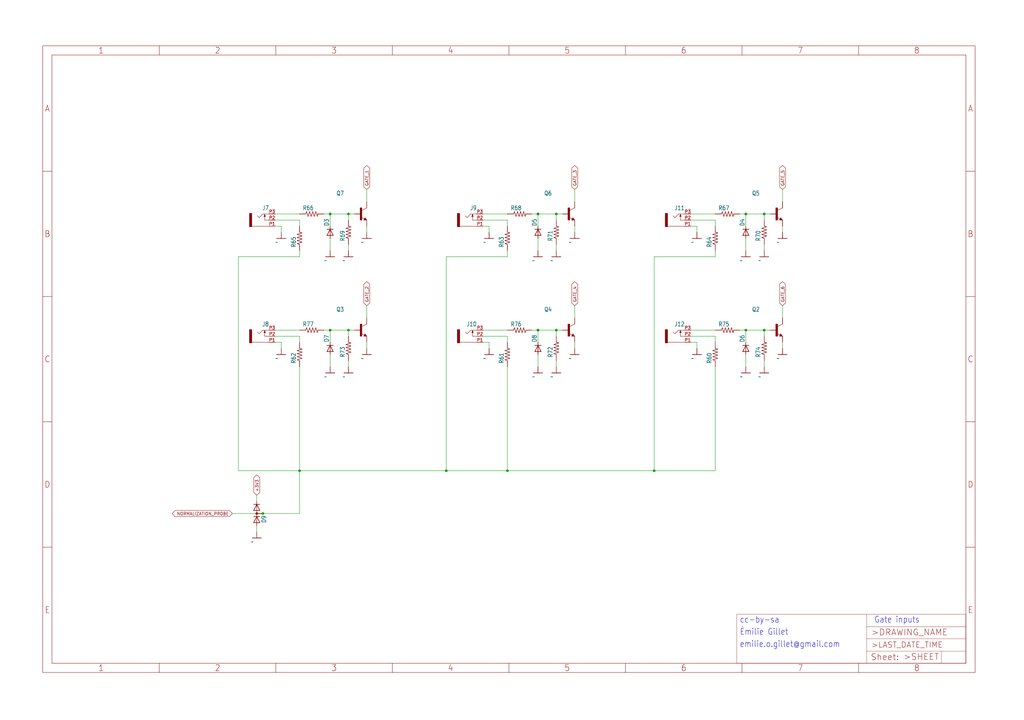
<source format=kicad_sch>
(kicad_sch (version 20211123) (generator eeschema)
  (paper "User" 425.45 299.161)
  (lib_symbols
    (symbol "stages_v70-eagle-import:-NPN-SOT23-BEC"
      (property "Reference" "T" (at -10.16 7.62 0))
      (property "Value" "-NPN-SOT23-BEC" (at -10.16 5.08 0))
      (symbol "-NPN-SOT23-BEC_1_0"
        (rectangle (start -0.254 -2.54) (end 0.508 2.54) (fill (type outline)))
        (polyline (pts (xy 1.27 -2.54) (xy 1.778 -1.524)) (stroke (width 0.1524)))
        (polyline (pts (xy 1.524 -2.413) (xy 2.286 -2.413)) (stroke (width 0.254)))
        (polyline (pts (xy 1.524 -2.286) (xy 1.905 -2.286)) (stroke (width 0.254)))
        (polyline (pts (xy 1.54 -2.04) (xy 0.308 -1.424)) (stroke (width 0.1524)))
        (polyline (pts (xy 1.778 -1.778) (xy 1.524 -2.286)) (stroke (width 0.254)))
        (polyline (pts (xy 1.778 -1.524) (xy 2.54 -2.54)) (stroke (width 0.1524)))
        (polyline (pts (xy 1.905 -2.286) (xy 1.778 -2.032)) (stroke (width 0.254)))
        (polyline (pts (xy 2.286 -2.413) (xy 1.778 -1.778)) (stroke (width 0.254)))
        (polyline (pts (xy 2.54 -2.54) (xy 1.27 -2.54)) (stroke (width 0.1524)))
        (polyline (pts (xy 2.54 2.54) (xy 0.508 1.524)) (stroke (width 0.1524)))
        (pin passive line (at -2.54 0 0) (length 2.54) (name "B") (number "B"))
        (pin passive line (at 2.54 5.08 270) (length 2.54) (name "C") (number "C"))
        (pin passive line (at 2.54 -5.08 90) (length 2.54) (name "E") (number "E"))
      )
    )
    (symbol "stages_v70-eagle-import:A3L-LOC"
      (symbol "A3L-LOC_0_0"
        (polyline (pts (xy 0 52.07) (xy 3.81 52.07)))
        (polyline (pts (xy 0 104.14) (xy 3.81 104.14)))
        (polyline (pts (xy 0 156.21) (xy 3.81 156.21)))
        (polyline (pts (xy 0 208.28) (xy 3.81 208.28)))
        (polyline (pts (xy 3.81 3.81) (xy 3.81 256.54)))
        (polyline (pts (xy 48.4188 0) (xy 48.4188 3.81)))
        (polyline (pts (xy 48.4188 256.54) (xy 48.4188 260.35)))
        (polyline (pts (xy 96.8375 0) (xy 96.8375 3.81)))
        (polyline (pts (xy 96.8375 256.54) (xy 96.8375 260.35)))
        (polyline (pts (xy 145.2563 0) (xy 145.2563 3.81)))
        (polyline (pts (xy 145.2563 256.54) (xy 145.2563 260.35)))
        (polyline (pts (xy 193.675 0) (xy 193.675 3.81)))
        (polyline (pts (xy 193.675 256.54) (xy 193.675 260.35)))
        (polyline (pts (xy 242.0938 0) (xy 242.0938 3.81)))
        (polyline (pts (xy 242.0938 256.54) (xy 242.0938 260.35)))
        (polyline (pts (xy 290.5125 0) (xy 290.5125 3.81)))
        (polyline (pts (xy 290.5125 256.54) (xy 290.5125 260.35)))
        (polyline (pts (xy 338.9313 0) (xy 338.9313 3.81)))
        (polyline (pts (xy 338.9313 256.54) (xy 338.9313 260.35)))
        (polyline (pts (xy 383.54 3.81) (xy 3.81 3.81)))
        (polyline (pts (xy 383.54 3.81) (xy 383.54 256.54)))
        (polyline (pts (xy 383.54 52.07) (xy 387.35 52.07)))
        (polyline (pts (xy 383.54 104.14) (xy 387.35 104.14)))
        (polyline (pts (xy 383.54 156.21) (xy 387.35 156.21)))
        (polyline (pts (xy 383.54 208.28) (xy 387.35 208.28)))
        (polyline (pts (xy 383.54 256.54) (xy 3.81 256.54)))
        (polyline (pts (xy 0 0) (xy 387.35 0) (xy 387.35 260.35) (xy 0 260.35) (xy 0 0)))
        (text "1" (at 24.2094 1.905 0) (effects (font (size 2.54 2.286))))
        (text "1" (at 24.2094 258.445 0) (effects (font (size 2.54 2.286))))
        (text "2" (at 72.6281 1.905 0) (effects (font (size 2.54 2.286))))
        (text "2" (at 72.6281 258.445 0) (effects (font (size 2.54 2.286))))
        (text "3" (at 121.0469 1.905 0) (effects (font (size 2.54 2.286))))
        (text "3" (at 121.0469 258.445 0) (effects (font (size 2.54 2.286))))
        (text "4" (at 169.4656 1.905 0) (effects (font (size 2.54 2.286))))
        (text "4" (at 169.4656 258.445 0) (effects (font (size 2.54 2.286))))
        (text "5" (at 217.8844 1.905 0) (effects (font (size 2.54 2.286))))
        (text "5" (at 217.8844 258.445 0) (effects (font (size 2.54 2.286))))
        (text "6" (at 266.3031 1.905 0) (effects (font (size 2.54 2.286))))
        (text "6" (at 266.3031 258.445 0) (effects (font (size 2.54 2.286))))
        (text "7" (at 314.7219 1.905 0) (effects (font (size 2.54 2.286))))
        (text "7" (at 314.7219 258.445 0) (effects (font (size 2.54 2.286))))
        (text "8" (at 363.1406 1.905 0) (effects (font (size 2.54 2.286))))
        (text "8" (at 363.1406 258.445 0) (effects (font (size 2.54 2.286))))
        (text "A" (at 1.905 234.315 0) (effects (font (size 2.54 2.286))))
        (text "A" (at 385.445 234.315 0) (effects (font (size 2.54 2.286))))
        (text "B" (at 1.905 182.245 0) (effects (font (size 2.54 2.286))))
        (text "B" (at 385.445 182.245 0) (effects (font (size 2.54 2.286))))
        (text "C" (at 1.905 130.175 0) (effects (font (size 2.54 2.286))))
        (text "C" (at 385.445 130.175 0) (effects (font (size 2.54 2.286))))
        (text "D" (at 1.905 78.105 0) (effects (font (size 2.54 2.286))))
        (text "D" (at 385.445 78.105 0) (effects (font (size 2.54 2.286))))
        (text "E" (at 1.905 26.035 0) (effects (font (size 2.54 2.286))))
        (text "E" (at 385.445 26.035 0) (effects (font (size 2.54 2.286))))
      )
      (symbol "A3L-LOC_1_0"
        (polyline (pts (xy 288.29 3.81) (xy 288.29 24.13)) (stroke (width 0.1016)))
        (polyline (pts (xy 288.29 3.81) (xy 342.265 3.81)) (stroke (width 0.1016)))
        (polyline (pts (xy 288.29 24.13) (xy 342.265 24.13)) (stroke (width 0.1016)))
        (polyline (pts (xy 342.265 3.81) (xy 373.38 3.81)) (stroke (width 0.1016)))
        (polyline (pts (xy 342.265 8.89) (xy 342.265 3.81)) (stroke (width 0.1016)))
        (polyline (pts (xy 342.265 8.89) (xy 342.265 13.97)) (stroke (width 0.1016)))
        (polyline (pts (xy 342.265 13.97) (xy 342.265 19.05)) (stroke (width 0.1016)))
        (polyline (pts (xy 342.265 13.97) (xy 383.54 13.97)) (stroke (width 0.1016)))
        (polyline (pts (xy 342.265 19.05) (xy 342.265 24.13)) (stroke (width 0.1016)))
        (polyline (pts (xy 342.265 19.05) (xy 383.54 19.05)) (stroke (width 0.1016)))
        (polyline (pts (xy 342.265 24.13) (xy 383.54 24.13)) (stroke (width 0.1016)))
        (polyline (pts (xy 373.38 3.81) (xy 373.38 8.89)) (stroke (width 0.1016)))
        (polyline (pts (xy 373.38 3.81) (xy 383.54 3.81)) (stroke (width 0.1016)))
        (polyline (pts (xy 373.38 8.89) (xy 342.265 8.89)) (stroke (width 0.1016)))
        (polyline (pts (xy 373.38 8.89) (xy 383.54 8.89)) (stroke (width 0.1016)))
        (polyline (pts (xy 383.54 3.81) (xy 383.54 8.89)) (stroke (width 0.1016)))
        (polyline (pts (xy 383.54 8.89) (xy 383.54 13.97)) (stroke (width 0.1016)))
        (polyline (pts (xy 383.54 13.97) (xy 383.54 19.05)) (stroke (width 0.1016)))
        (polyline (pts (xy 383.54 19.05) (xy 383.54 24.13)) (stroke (width 0.1016)))
        (text ">DRAWING_NAME" (at 344.17 15.24 0) (effects (font (size 2.54 2.54)) (justify left bottom)))
        (text ">LAST_DATE_TIME" (at 344.17 10.16 0) (effects (font (size 2.286 2.286)) (justify left bottom)))
        (text ">SHEET" (at 357.505 5.08 0) (effects (font (size 2.54 2.54)) (justify left bottom)))
        (text "Sheet:" (at 343.916 4.953 0) (effects (font (size 2.54 2.54)) (justify left bottom)))
      )
    )
    (symbol "stages_v70-eagle-import:DIODE-SOD523"
      (property "Reference" "D" (at 2.54 0.4826 0))
      (property "Value" "DIODE-SOD523" (at 2.54 -2.3114 0))
      (symbol "DIODE-SOD523_1_0"
        (polyline (pts (xy -1.27 -1.27) (xy 1.27 0)) (stroke (width 0.254)))
        (polyline (pts (xy -1.27 1.27) (xy -1.27 -1.27)) (stroke (width 0.254)))
        (polyline (pts (xy 1.27 0) (xy -1.27 1.27)) (stroke (width 0.254)))
        (polyline (pts (xy 1.27 0) (xy 1.27 -1.27)) (stroke (width 0.254)))
        (polyline (pts (xy 1.27 1.27) (xy 1.27 0)) (stroke (width 0.254)))
        (pin passive line (at -2.54 0 0) (length 2.54) (name "A") (number "A"))
        (pin passive line (at 2.54 0 180) (length 2.54) (name "C") (number "C"))
      )
    )
    (symbol "stages_v70-eagle-import:DIODE_2CACA-SOT23"
      (property "Reference" "D" (at 0.762 2.0066 0))
      (property "Value" "DIODE_2CACA-SOT23" (at -4.826 -3.4544 0))
      (symbol "DIODE_2CACA-SOT23_1_0"
        (polyline (pts (xy -3.81 -1.27) (xy -3.81 0)) (stroke (width 0.254)))
        (polyline (pts (xy -3.81 0) (xy -3.81 1.27)) (stroke (width 0.254)))
        (polyline (pts (xy -3.81 0) (xy -1.27 -1.27)) (stroke (width 0.254)))
        (polyline (pts (xy -3.81 0) (xy 1.27 0)) (stroke (width 0.1524)))
        (polyline (pts (xy -2.54 0) (xy -3.81 0)) (stroke (width 0.1524)))
        (polyline (pts (xy -1.27 -1.27) (xy -1.27 1.27)) (stroke (width 0.254)))
        (polyline (pts (xy -1.27 1.27) (xy -3.81 0)) (stroke (width 0.254)))
        (polyline (pts (xy 1.27 -1.27) (xy 1.27 0)) (stroke (width 0.254)))
        (polyline (pts (xy 1.27 0) (xy 1.27 1.27)) (stroke (width 0.254)))
        (polyline (pts (xy 1.27 0) (xy 3.81 -1.27)) (stroke (width 0.254)))
        (polyline (pts (xy 2.54 0) (xy 1.27 0)) (stroke (width 0.1524)))
        (polyline (pts (xy 3.81 -1.27) (xy 3.81 1.27)) (stroke (width 0.254)))
        (polyline (pts (xy 3.81 1.27) (xy 1.27 0)) (stroke (width 0.254)))
        (circle (center 0 0) (radius 0.127) (stroke (width 0.4064)))
        (pin passive line (at 5.08 0 180) (length 2.54) (name "A") (number "1"))
        (pin passive line (at -5.08 0 0) (length 2.54) (name "C") (number "2"))
        (pin passive line (at 0 2.54 270) (length 2.54) (name "AC") (number "3"))
      )
    )
    (symbol "stages_v70-eagle-import:GND" (power)
      (property "Value" "GND" (at -2.54 -2.54 0))
      (symbol "GND_1_0"
        (polyline (pts (xy -1.905 0) (xy 1.905 0)) (stroke (width 0.254)))
        (pin power_in line (at 0 2.54 270) (length 2.54) (name "GND") (number "1"))
      )
    )
    (symbol "stages_v70-eagle-import:PJ301_THONKICONN6"
      (property "Reference" "J" (at -2.54 4.064 0))
      (symbol "PJ301_THONKICONN6_1_0"
        (polyline (pts (xy -2.54 -2.54) (xy 4.572 -2.54)) (stroke (width 0.1524)))
        (polyline (pts (xy -2.54 0) (xy -0.762 0)) (stroke (width 0.1524)))
        (polyline (pts (xy -2.54 2.54) (xy 0 2.54)) (stroke (width 0.1524)))
        (polyline (pts (xy -1.016 1.524) (xy -0.508 1.524)) (stroke (width 0.254)))
        (polyline (pts (xy -0.762 0) (xy -0.762 2.286)) (stroke (width 0.1524)))
        (polyline (pts (xy -0.762 2.286) (xy -1.016 1.524)) (stroke (width 0.254)))
        (polyline (pts (xy -0.508 1.524) (xy -0.762 2.286)) (stroke (width 0.254)))
        (polyline (pts (xy 0 2.54) (xy 1.524 1.016)) (stroke (width 0.1524)))
        (polyline (pts (xy 1.524 1.016) (xy 2.286 1.778)) (stroke (width 0.1524)))
        (rectangle (start 4.572 2.794) (end 5.588 -2.794) (fill (type outline)))
        (pin passive line (at -5.08 -2.54 0) (length 2.54) (name "1") (number "P1"))
        (pin passive line (at -5.08 0 0) (length 2.54) (name "2") (number "P2"))
        (pin passive line (at -5.08 2.54 0) (length 2.54) (name "3") (number "P3"))
      )
    )
    (symbol "stages_v70-eagle-import:R-US_R0402"
      (property "Reference" "R" (at -3.81 1.4986 0))
      (property "Value" "R-US_R0402" (at -3.81 -3.302 0))
      (symbol "R-US_R0402_1_0"
        (polyline (pts (xy -2.54 0) (xy -2.159 1.016)) (stroke (width 0.2032)))
        (polyline (pts (xy -2.159 1.016) (xy -1.524 -1.016)) (stroke (width 0.2032)))
        (polyline (pts (xy -1.524 -1.016) (xy -0.889 1.016)) (stroke (width 0.2032)))
        (polyline (pts (xy -0.889 1.016) (xy -0.254 -1.016)) (stroke (width 0.2032)))
        (polyline (pts (xy -0.254 -1.016) (xy 0.381 1.016)) (stroke (width 0.2032)))
        (polyline (pts (xy 0.381 1.016) (xy 1.016 -1.016)) (stroke (width 0.2032)))
        (polyline (pts (xy 1.016 -1.016) (xy 1.651 1.016)) (stroke (width 0.2032)))
        (polyline (pts (xy 1.651 1.016) (xy 2.286 -1.016)) (stroke (width 0.2032)))
        (polyline (pts (xy 2.286 -1.016) (xy 2.54 0)) (stroke (width 0.2032)))
        (pin passive line (at -5.08 0 0) (length 2.54) (name "1") (number "1"))
        (pin passive line (at 5.08 0 180) (length 2.54) (name "2") (number "2"))
      )
    )
  )
  (junction (at 124.46 195.58))
  (junction (at 317.5 137.16))
  (junction (at 231.14 137.16))
  (junction (at 231.14 88.9))
  (junction (at 144.78 88.9))
  (junction (at 185.42 195.58))
  (junction (at 137.16 88.9))
  (junction (at 309.88 88.9))
  (junction (at 210.82 195.58))
  (junction (at 109.22 213.36))
  (junction (at 309.88 137.16))
  (junction (at 223.52 137.16))
  (junction (at 137.16 137.16))
  (junction (at 144.78 137.16))
  (junction (at 317.5 88.9))
  (junction (at 223.52 88.9))
  (junction (at 271.78 195.58))
  (wire (pts (xy 137.16 99.06) (xy 137.16 104.14)))
  (wire (pts (xy 134.62 137.16) (xy 137.16 137.16)))
  (wire (pts (xy 289.56 93.98) (xy 289.56 96.52)))
  (wire (pts (xy 309.88 99.06) (xy 309.88 104.14)))
  (wire (pts (xy 220.98 137.16) (xy 223.52 137.16)))
  (wire (pts (xy 325.12 83.82) (xy 325.12 78.74)))
  (wire (pts (xy 287.02 91.44) (xy 297.18 91.44)))
  (wire (pts (xy 238.76 132.08) (xy 238.76 127)))
  (wire (pts (xy 137.16 137.16) (xy 137.16 142.24)))
  (wire (pts (xy 238.76 83.82) (xy 238.76 78.74)))
  (wire (pts (xy 223.52 137.16) (xy 223.52 142.24)))
  (wire (pts (xy 287.02 88.9) (xy 297.18 88.9)))
  (wire (pts (xy 238.76 142.24) (xy 238.76 144.78)))
  (wire (pts (xy 223.52 88.9) (xy 223.52 93.98)))
  (wire (pts (xy 185.42 106.68) (xy 185.42 195.58)))
  (wire (pts (xy 114.3 139.7) (xy 124.46 139.7)))
  (wire (pts (xy 200.66 142.24) (xy 203.2 142.24)))
  (wire (pts (xy 200.66 88.9) (xy 210.82 88.9)))
  (wire (pts (xy 238.76 93.98) (xy 238.76 96.52)))
  (wire (pts (xy 137.16 88.9) (xy 137.16 93.98)))
  (wire (pts (xy 185.42 195.58) (xy 210.82 195.58)))
  (wire (pts (xy 317.5 137.16) (xy 320.04 137.16)))
  (wire (pts (xy 317.5 139.7) (xy 317.5 137.16)))
  (wire (pts (xy 114.3 142.24) (xy 116.84 142.24)))
  (wire (pts (xy 297.18 106.68) (xy 271.78 106.68)))
  (wire (pts (xy 203.2 142.24) (xy 203.2 144.78)))
  (wire (pts (xy 231.14 101.6) (xy 231.14 104.14)))
  (wire (pts (xy 231.14 91.44) (xy 231.14 88.9)))
  (wire (pts (xy 231.14 137.16) (xy 233.68 137.16)))
  (wire (pts (xy 297.18 139.7) (xy 297.18 142.24)))
  (wire (pts (xy 144.78 137.16) (xy 147.32 137.16)))
  (wire (pts (xy 287.02 93.98) (xy 289.56 93.98)))
  (wire (pts (xy 114.3 137.16) (xy 124.46 137.16)))
  (wire (pts (xy 271.78 195.58) (xy 297.18 195.58)))
  (wire (pts (xy 210.82 104.14) (xy 210.82 106.68)))
  (wire (pts (xy 144.78 101.6) (xy 144.78 104.14)))
  (wire (pts (xy 210.82 139.7) (xy 210.82 142.24)))
  (wire (pts (xy 144.78 88.9) (xy 147.32 88.9)))
  (wire (pts (xy 220.98 88.9) (xy 223.52 88.9)))
  (wire (pts (xy 137.16 137.16) (xy 144.78 137.16)))
  (wire (pts (xy 309.88 88.9) (xy 309.88 93.98)))
  (wire (pts (xy 231.14 139.7) (xy 231.14 137.16)))
  (wire (pts (xy 297.18 91.44) (xy 297.18 93.98)))
  (wire (pts (xy 106.68 208.28) (xy 106.68 205.74)))
  (wire (pts (xy 106.68 218.44) (xy 106.68 220.98)))
  (wire (pts (xy 271.78 106.68) (xy 271.78 195.58)))
  (wire (pts (xy 210.82 152.4) (xy 210.82 195.58)))
  (wire (pts (xy 203.2 93.98) (xy 203.2 96.52)))
  (wire (pts (xy 114.3 88.9) (xy 124.46 88.9)))
  (wire (pts (xy 307.34 137.16) (xy 309.88 137.16)))
  (wire (pts (xy 137.16 147.32) (xy 137.16 152.4)))
  (wire (pts (xy 325.12 142.24) (xy 325.12 144.78)))
  (wire (pts (xy 200.66 93.98) (xy 203.2 93.98)))
  (wire (pts (xy 124.46 152.4) (xy 124.46 195.58)))
  (wire (pts (xy 137.16 88.9) (xy 144.78 88.9)))
  (wire (pts (xy 152.4 83.82) (xy 152.4 78.74)))
  (wire (pts (xy 309.88 88.9) (xy 317.5 88.9)))
  (wire (pts (xy 287.02 142.24) (xy 289.56 142.24)))
  (wire (pts (xy 325.12 93.98) (xy 325.12 96.52)))
  (wire (pts (xy 116.84 93.98) (xy 116.84 96.52)))
  (wire (pts (xy 287.02 137.16) (xy 297.18 137.16)))
  (wire (pts (xy 317.5 101.6) (xy 317.5 104.14)))
  (wire (pts (xy 231.14 149.86) (xy 231.14 152.4)))
  (wire (pts (xy 309.88 137.16) (xy 309.88 142.24)))
  (wire (pts (xy 317.5 91.44) (xy 317.5 88.9)))
  (wire (pts (xy 223.52 147.32) (xy 223.52 152.4)))
  (wire (pts (xy 109.22 213.36) (xy 96.52 213.36)))
  (wire (pts (xy 144.78 139.7) (xy 144.78 137.16)))
  (wire (pts (xy 223.52 88.9) (xy 231.14 88.9)))
  (wire (pts (xy 297.18 104.14) (xy 297.18 106.68)))
  (wire (pts (xy 210.82 106.68) (xy 185.42 106.68)))
  (wire (pts (xy 109.22 213.36) (xy 124.46 213.36)))
  (wire (pts (xy 124.46 104.14) (xy 124.46 106.68)))
  (wire (pts (xy 223.52 99.06) (xy 223.52 104.14)))
  (wire (pts (xy 144.78 91.44) (xy 144.78 88.9)))
  (wire (pts (xy 200.66 91.44) (xy 210.82 91.44)))
  (wire (pts (xy 144.78 149.86) (xy 144.78 152.4)))
  (wire (pts (xy 200.66 139.7) (xy 210.82 139.7)))
  (wire (pts (xy 309.88 137.16) (xy 317.5 137.16)))
  (wire (pts (xy 134.62 88.9) (xy 137.16 88.9)))
  (wire (pts (xy 200.66 137.16) (xy 210.82 137.16)))
  (wire (pts (xy 152.4 93.98) (xy 152.4 96.52)))
  (wire (pts (xy 124.46 195.58) (xy 185.42 195.58)))
  (wire (pts (xy 307.34 88.9) (xy 309.88 88.9)))
  (wire (pts (xy 210.82 195.58) (xy 271.78 195.58)))
  (wire (pts (xy 116.84 142.24) (xy 116.84 144.78)))
  (wire (pts (xy 124.46 91.44) (xy 124.46 93.98)))
  (wire (pts (xy 289.56 142.24) (xy 289.56 144.78)))
  (wire (pts (xy 114.3 91.44) (xy 124.46 91.44)))
  (wire (pts (xy 317.5 88.9) (xy 320.04 88.9)))
  (wire (pts (xy 309.88 147.32) (xy 309.88 152.4)))
  (wire (pts (xy 124.46 106.68) (xy 99.06 106.68)))
  (wire (pts (xy 114.3 93.98) (xy 116.84 93.98)))
  (wire (pts (xy 210.82 91.44) (xy 210.82 93.98)))
  (wire (pts (xy 325.12 132.08) (xy 325.12 127)))
  (wire (pts (xy 99.06 195.58) (xy 124.46 195.58)))
  (wire (pts (xy 124.46 195.58) (xy 124.46 213.36)))
  (wire (pts (xy 287.02 139.7) (xy 297.18 139.7)))
  (wire (pts (xy 297.18 152.4) (xy 297.18 195.58)))
  (wire (pts (xy 223.52 137.16) (xy 231.14 137.16)))
  (wire (pts (xy 99.06 106.68) (xy 99.06 195.58)))
  (wire (pts (xy 231.14 88.9) (xy 233.68 88.9)))
  (wire (pts (xy 152.4 142.24) (xy 152.4 144.78)))
  (wire (pts (xy 317.5 149.86) (xy 317.5 152.4)))
  (wire (pts (xy 152.4 132.08) (xy 152.4 127)))
  (wire (pts (xy 124.46 139.7) (xy 124.46 142.24)))
  (text "emilie.o.gillet@gmail.com" (at 307.34 269.24 180) (effects (font (size 2.54 2.159)) (justify left bottom)))
  (text "cc-by-sa" (at 307.34 259.08 180) (effects (font (size 2.54 2.159)) (justify left bottom)))
  (text "Émilie Gillet" (at 307.34 264.16 180) (effects (font (size 2.54 2.159)) (justify left bottom)))
  (text "Gate inputs" (at 363.22 259.08 180) (effects (font (size 2.54 2.159)) (justify left bottom)))
  (global_label "GATE_2" (shape bidirectional) (at 152.4 127 90) (effects (font (size 1.2446 1.2446))) (property "Intersheet References" "${INTERSHEET_REFS}" (effects hide)))
  (global_label "GATE_6" (shape bidirectional) (at 325.12 127 90) (effects (font (size 1.2446 1.2446))) (property "Intersheet References" "${INTERSHEET_REFS}" (effects hide)))
  (global_label "GATE_4" (shape bidirectional) (at 238.76 127 90) (effects (font (size 1.2446 1.2446))) (property "Intersheet References" "${INTERSHEET_REFS}" (effects hide)))
  (global_label "NORMALIZATION_PROBE" (shape bidirectional) (at 96.52 213.36 180) (effects (font (size 1.2446 1.2446))) (property "Intersheet References" "${INTERSHEET_REFS}" (effects hide)))
  (global_label "GATE_3" (shape bidirectional) (at 238.76 78.74 90) (effects (font (size 1.2446 1.2446))) (property "Intersheet References" "${INTERSHEET_REFS}" (effects hide)))
  (global_label "GATE_1" (shape bidirectional) (at 152.4 78.74 90) (effects (font (size 1.2446 1.2446))) (property "Intersheet References" "${INTERSHEET_REFS}" (effects hide)))
  (global_label "+3V3" (shape bidirectional) (at 106.68 205.74 90) (effects (font (size 1.2446 1.2446))) (property "Intersheet References" "${INTERSHEET_REFS}" (effects hide)))
  (global_label "GATE_5" (shape bidirectional) (at 325.12 78.74 90) (effects (font (size 1.2446 1.2446))) (property "Intersheet References" "${INTERSHEET_REFS}" (effects hide)))
  (symbol (lib_id "stages_v70-eagle-import:DIODE-SOD523") (at 137.16 144.78 90) (unit 1)
    (property "Reference" "D7" (at 136.6774 142.24 0) (effects (font (size 1.778 1.5113)) (justify left bottom)))
  )
  (symbol (lib_id "stages_v70-eagle-import:GND") (at 116.84 99.06 0) (unit 1)
    (property "Reference" "#GND51" (effects hide))
  )
  (symbol (lib_id "stages_v70-eagle-import:R-US_R0402") (at 124.46 147.32 90) (unit 1)
    (property "Reference" "R62" (at 122.9614 151.13 0) (effects (font (size 1.778 1.5113)) (justify left bottom)))
  )
  (symbol (lib_id "stages_v70-eagle-import:R-US_R0402") (at 129.54 88.9 0) (unit 1)
    (property "Reference" "R66" (at 125.73 87.4014 0) (effects (font (size 1.778 1.5113)) (justify left bottom)))
  )
  (symbol (lib_id "stages_v70-eagle-import:GND") (at 309.88 154.94 0) (unit 1)
    (property "Reference" "#GND27" (effects hide))
  )
  (symbol (lib_id "stages_v70-eagle-import:GND") (at 137.16 154.94 0) (unit 1)
    (property "Reference" "#GND88" (effects hide))
  )
  (symbol (lib_id "stages_v70-eagle-import:GND") (at 116.84 147.32 0) (unit 1)
    (property "Reference" "#GND53" (effects hide))
  )
  (symbol (lib_id "stages_v70-eagle-import:R-US_R0402") (at 144.78 144.78 90) (unit 1)
    (property "Reference" "R73" (at 143.2814 148.59 0) (effects (font (size 1.778 1.5113)) (justify left bottom)))
  )
  (symbol (lib_id "stages_v70-eagle-import:GND") (at 137.16 106.68 0) (unit 1)
    (property "Reference" "#GND87" (effects hide))
  )
  (symbol (lib_id "stages_v70-eagle-import:R-US_R0402") (at 317.5 144.78 90) (unit 1)
    (property "Reference" "R74" (at 316.0014 148.59 0) (effects (font (size 1.778 1.5113)) (justify left bottom)))
  )
  (symbol (lib_id "stages_v70-eagle-import:R-US_R0402") (at 210.82 99.06 90) (unit 1)
    (property "Reference" "R63" (at 209.3214 102.87 0) (effects (font (size 1.778 1.5113)) (justify left bottom)))
  )
  (symbol (lib_id "stages_v70-eagle-import:PJ301_THONKICONN6") (at 195.58 91.44 0) (mirror y) (unit 1)
    (property "Reference" "J9" (at 198.12 87.376 0) (effects (font (size 1.778 1.5113)) (justify left bottom)))
  )
  (symbol (lib_id "stages_v70-eagle-import:GND") (at 144.78 154.94 0) (unit 1)
    (property "Reference" "#GND86" (effects hide))
  )
  (symbol (lib_id "stages_v70-eagle-import:GND") (at 231.14 154.94 0) (unit 1)
    (property "Reference" "#GND16" (effects hide))
  )
  (symbol (lib_id "stages_v70-eagle-import:DIODE-SOD523") (at 309.88 96.52 90) (unit 1)
    (property "Reference" "D4" (at 309.3974 93.98 0) (effects (font (size 1.778 1.5113)) (justify left bottom)))
  )
  (symbol (lib_id "stages_v70-eagle-import:R-US_R0402") (at 129.54 137.16 0) (unit 1)
    (property "Reference" "R77" (at 125.73 135.6614 0) (effects (font (size 1.778 1.5113)) (justify left bottom)))
  )
  (symbol (lib_id "stages_v70-eagle-import:GND") (at 238.76 147.32 0) (unit 1)
    (property "Reference" "#GND13" (effects hide))
  )
  (symbol (lib_id "stages_v70-eagle-import:GND") (at 238.76 99.06 0) (unit 1)
    (property "Reference" "#GND11" (effects hide))
  )
  (symbol (lib_id "stages_v70-eagle-import:R-US_R0402") (at 124.46 99.06 90) (unit 1)
    (property "Reference" "R65" (at 122.9614 102.87 0) (effects (font (size 1.778 1.5113)) (justify left bottom)))
  )
  (symbol (lib_id "stages_v70-eagle-import:GND") (at 231.14 106.68 0) (unit 1)
    (property "Reference" "#GND15" (effects hide))
  )
  (symbol (lib_id "stages_v70-eagle-import:R-US_R0402") (at 297.18 99.06 90) (unit 1)
    (property "Reference" "R64" (at 295.6814 102.87 0) (effects (font (size 1.778 1.5113)) (justify left bottom)))
  )
  (symbol (lib_id "stages_v70-eagle-import:A3L-LOC") (at 17.78 279.4 0) (unit 1)
    (property "Reference" "#FRAME4" (effects hide))
  )
  (symbol (lib_id "stages_v70-eagle-import:R-US_R0402") (at 210.82 147.32 90) (unit 1)
    (property "Reference" "R61" (at 209.3214 151.13 0) (effects (font (size 1.778 1.5113)) (justify left bottom)))
  )
  (symbol (lib_id "stages_v70-eagle-import:GND") (at 152.4 147.32 0) (unit 1)
    (property "Reference" "#GND52" (effects hide))
  )
  (symbol (lib_id "stages_v70-eagle-import:-NPN-SOT23-BEC") (at 236.22 137.16 0) (unit 1)
    (property "Reference" "Q4" (at 226.06 129.54 0) (effects (font (size 1.778 1.5113)) (justify left bottom)))
  )
  (symbol (lib_id "stages_v70-eagle-import:GND") (at 317.5 106.68 0) (unit 1)
    (property "Reference" "#GND24" (effects hide))
  )
  (symbol (lib_id "stages_v70-eagle-import:DIODE-SOD523") (at 223.52 96.52 90) (unit 1)
    (property "Reference" "D5" (at 223.0374 93.98 0) (effects (font (size 1.778 1.5113)) (justify left bottom)))
  )
  (symbol (lib_id "stages_v70-eagle-import:DIODE-SOD523") (at 309.88 144.78 90) (unit 1)
    (property "Reference" "D6" (at 309.3974 142.24 0) (effects (font (size 1.778 1.5113)) (justify left bottom)))
  )
  (symbol (lib_id "stages_v70-eagle-import:GND") (at 289.56 99.06 0) (unit 1)
    (property "Reference" "#GND20" (effects hide))
  )
  (symbol (lib_id "stages_v70-eagle-import:R-US_R0402") (at 231.14 144.78 90) (unit 1)
    (property "Reference" "R72" (at 229.6414 148.59 0) (effects (font (size 1.778 1.5113)) (justify left bottom)))
  )
  (symbol (lib_id "stages_v70-eagle-import:PJ301_THONKICONN6") (at 281.94 91.44 0) (mirror y) (unit 1)
    (property "Reference" "J11" (at 284.48 87.376 0) (effects (font (size 1.778 1.5113)) (justify left bottom)))
  )
  (symbol (lib_id "stages_v70-eagle-import:DIODE-SOD523") (at 137.16 96.52 90) (unit 1)
    (property "Reference" "D3" (at 136.6774 93.98 0) (effects (font (size 1.778 1.5113)) (justify left bottom)))
  )
  (symbol (lib_id "stages_v70-eagle-import:GND") (at 203.2 99.06 0) (unit 1)
    (property "Reference" "#GND12" (effects hide))
  )
  (symbol (lib_id "stages_v70-eagle-import:-NPN-SOT23-BEC") (at 149.86 88.9 0) (unit 1)
    (property "Reference" "Q7" (at 139.7 81.28 0) (effects (font (size 1.778 1.5113)) (justify left bottom)))
  )
  (symbol (lib_id "stages_v70-eagle-import:PJ301_THONKICONN6") (at 195.58 139.7 0) (mirror y) (unit 1)
    (property "Reference" "J10" (at 198.12 135.636 0) (effects (font (size 1.778 1.5113)) (justify left bottom)))
  )
  (symbol (lib_id "stages_v70-eagle-import:GND") (at 223.52 106.68 0) (unit 1)
    (property "Reference" "#GND17" (effects hide))
  )
  (symbol (lib_id "stages_v70-eagle-import:R-US_R0402") (at 317.5 96.52 90) (unit 1)
    (property "Reference" "R70" (at 316.0014 100.33 0) (effects (font (size 1.778 1.5113)) (justify left bottom)))
  )
  (symbol (lib_id "stages_v70-eagle-import:GND") (at 152.4 99.06 0) (unit 1)
    (property "Reference" "#GND50" (effects hide))
  )
  (symbol (lib_id "stages_v70-eagle-import:-NPN-SOT23-BEC") (at 322.58 137.16 0) (unit 1)
    (property "Reference" "Q2" (at 312.42 129.54 0) (effects (font (size 1.778 1.5113)) (justify left bottom)))
  )
  (symbol (lib_id "stages_v70-eagle-import:GND") (at 309.88 106.68 0) (unit 1)
    (property "Reference" "#GND26" (effects hide))
  )
  (symbol (lib_id "stages_v70-eagle-import:GND") (at 317.5 154.94 0) (unit 1)
    (property "Reference" "#GND25" (effects hide))
  )
  (symbol (lib_id "stages_v70-eagle-import:GND") (at 325.12 147.32 0) (unit 1)
    (property "Reference" "#GND21" (effects hide))
  )
  (symbol (lib_id "stages_v70-eagle-import:PJ301_THONKICONN6") (at 281.94 139.7 0) (mirror y) (unit 1)
    (property "Reference" "J12" (at 284.48 135.636 0) (effects (font (size 1.778 1.5113)) (justify left bottom)))
  )
  (symbol (lib_id "stages_v70-eagle-import:GND") (at 203.2 147.32 0) (unit 1)
    (property "Reference" "#GND14" (effects hide))
  )
  (symbol (lib_id "stages_v70-eagle-import:GND") (at 325.12 99.06 0) (unit 1)
    (property "Reference" "#GND19" (effects hide))
  )
  (symbol (lib_id "stages_v70-eagle-import:DIODE-SOD523") (at 223.52 144.78 90) (unit 1)
    (property "Reference" "D8" (at 223.0374 142.24 0) (effects (font (size 1.778 1.5113)) (justify left bottom)))
  )
  (symbol (lib_id "stages_v70-eagle-import:R-US_R0402") (at 215.9 88.9 0) (unit 1)
    (property "Reference" "R68" (at 212.09 87.4014 0) (effects (font (size 1.778 1.5113)) (justify left bottom)))
  )
  (symbol (lib_id "stages_v70-eagle-import:-NPN-SOT23-BEC") (at 322.58 88.9 0) (unit 1)
    (property "Reference" "Q5" (at 312.42 81.28 0) (effects (font (size 1.778 1.5113)) (justify left bottom)))
  )
  (symbol (lib_id "stages_v70-eagle-import:PJ301_THONKICONN6") (at 109.22 139.7 0) (mirror y) (unit 1)
    (property "Reference" "J8" (at 111.76 135.636 0) (effects (font (size 1.778 1.5113)) (justify left bottom)))
  )
  (symbol (lib_id "stages_v70-eagle-import:-NPN-SOT23-BEC") (at 149.86 137.16 0) (unit 1)
    (property "Reference" "Q3" (at 139.7 129.54 0) (effects (font (size 1.778 1.5113)) (justify left bottom)))
  )
  (symbol (lib_id "stages_v70-eagle-import:R-US_R0402") (at 144.78 96.52 90) (unit 1)
    (property "Reference" "R69" (at 143.2814 100.33 0) (effects (font (size 1.778 1.5113)) (justify left bottom)))
  )
  (symbol (lib_id "stages_v70-eagle-import:DIODE_2CACA-SOT23") (at 106.68 213.36 270) (unit 1)
    (property "Reference" "D9" (at 108.6866 214.122 0) (effects (font (size 1.778 1.5113)) (justify left bottom)))
  )
  (symbol (lib_id "stages_v70-eagle-import:R-US_R0402") (at 215.9 137.16 0) (unit 1)
    (property "Reference" "R76" (at 212.09 135.6614 0) (effects (font (size 1.778 1.5113)) (justify left bottom)))
  )
  (symbol (lib_id "stages_v70-eagle-import:PJ301_THONKICONN6") (at 109.22 91.44 0) (mirror y) (unit 1)
    (property "Reference" "J7" (at 111.76 87.376 0) (effects (font (size 1.778 1.5113)) (justify left bottom)))
  )
  (symbol (lib_id "stages_v70-eagle-import:R-US_R0402") (at 231.14 96.52 90) (unit 1)
    (property "Reference" "R71" (at 229.6414 100.33 0) (effects (font (size 1.778 1.5113)) (justify left bottom)))
  )
  (symbol (lib_id "stages_v70-eagle-import:GND") (at 223.52 154.94 0) (unit 1)
    (property "Reference" "#GND18" (effects hide))
  )
  (symbol (lib_id "stages_v70-eagle-import:GND") (at 289.56 147.32 0) (unit 1)
    (property "Reference" "#GND22" (effects hide))
  )
  (symbol (lib_id "stages_v70-eagle-import:R-US_R0402") (at 297.18 147.32 90) (unit 1)
    (property "Reference" "R60" (at 295.6814 151.13 0) (effects (font (size 1.778 1.5113)) (justify left bottom)))
  )
  (symbol (lib_id "stages_v70-eagle-import:-NPN-SOT23-BEC") (at 236.22 88.9 0) (unit 1)
    (property "Reference" "Q6" (at 226.06 81.28 0) (effects (font (size 1.778 1.5113)) (justify left bottom)))
  )
  (symbol (lib_id "stages_v70-eagle-import:GND") (at 106.68 223.52 0) (unit 1)
    (property "Reference" "#GND110" (effects hide))
  )
  (symbol (lib_id "stages_v70-eagle-import:R-US_R0402") (at 302.26 88.9 0) (unit 1)
    (property "Reference" "R67" (at 298.45 87.4014 0) (effects (font (size 1.778 1.5113)) (justify left bottom)))
  )
  (symbol (lib_id "stages_v70-eagle-import:R-US_R0402") (at 302.26 137.16 0) (unit 1)
    (property "Reference" "R75" (at 298.45 135.6614 0) (effects (font (size 1.778 1.5113)) (justify left bottom)))
  )
  (symbol (lib_id "stages_v70-eagle-import:GND") (at 144.78 106.68 0) (unit 1)
    (property "Reference" "#GND85" (effects hide))
  )
)
</source>
